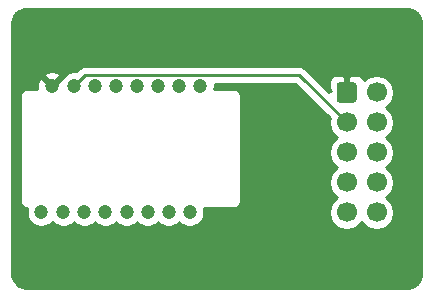
<source format=gbr>
G04 #@! TF.GenerationSoftware,KiCad,Pcbnew,(5.1.6-0-10_14)*
G04 #@! TF.CreationDate,2020-06-02T19:40:10-04:00*
G04 #@! TF.ProjectId,PMW3360_Adapter,504d5733-3336-4305-9f41-646170746572,rev?*
G04 #@! TF.SameCoordinates,Original*
G04 #@! TF.FileFunction,Copper,L2,Bot*
G04 #@! TF.FilePolarity,Positive*
%FSLAX46Y46*%
G04 Gerber Fmt 4.6, Leading zero omitted, Abs format (unit mm)*
G04 Created by KiCad (PCBNEW (5.1.6-0-10_14)) date 2020-06-02 19:40:10*
%MOMM*%
%LPD*%
G01*
G04 APERTURE LIST*
G04 #@! TA.AperFunction,ComponentPad*
%ADD10C,1.700000*%
G04 #@! TD*
G04 #@! TA.AperFunction,ComponentPad*
%ADD11C,1.200000*%
G04 #@! TD*
G04 #@! TA.AperFunction,ViaPad*
%ADD12C,0.800000*%
G04 #@! TD*
G04 #@! TA.AperFunction,Conductor*
%ADD13C,0.250000*%
G04 #@! TD*
G04 #@! TA.AperFunction,Conductor*
%ADD14C,0.254000*%
G04 #@! TD*
G04 APERTURE END LIST*
D10*
X111040000Y-50910000D03*
X111040000Y-48370000D03*
X111040000Y-45830000D03*
X111040000Y-43290000D03*
X111040000Y-40750000D03*
X108500000Y-50910000D03*
X108500000Y-48370000D03*
X108500000Y-45830000D03*
X108500000Y-43290000D03*
G04 #@! TA.AperFunction,ComponentPad*
G36*
G01*
X107650000Y-41350000D02*
X107650000Y-40150000D01*
G75*
G02*
X107900000Y-39900000I250000J0D01*
G01*
X109100000Y-39900000D01*
G75*
G02*
X109350000Y-40150000I0J-250000D01*
G01*
X109350000Y-41350000D01*
G75*
G02*
X109100000Y-41600000I-250000J0D01*
G01*
X107900000Y-41600000D01*
G75*
G02*
X107650000Y-41350000I0J250000D01*
G01*
G37*
G04 #@! TD.AperFunction*
D11*
X93430000Y-50900000D03*
X89870000Y-50900000D03*
X88090000Y-50900000D03*
X84530000Y-50900000D03*
X86310000Y-50900000D03*
X82650000Y-50900000D03*
X95210000Y-50900000D03*
X91650000Y-50900000D03*
X96100000Y-40200000D03*
X94320000Y-40200000D03*
X92540000Y-40200000D03*
X90760000Y-40200000D03*
X88980000Y-40200000D03*
X87200000Y-40200000D03*
X85420000Y-40200000D03*
X83540000Y-40200000D03*
D12*
X98500000Y-36000000D03*
X105000000Y-37500000D03*
D13*
X86345001Y-39274999D02*
X104484999Y-39274999D01*
X104484999Y-39274999D02*
X108500000Y-43290000D01*
X85420000Y-40200000D02*
X86345001Y-39274999D01*
D14*
G36*
X113759659Y-33688625D02*
G01*
X114009429Y-33764035D01*
X114239792Y-33886522D01*
X114441980Y-34051422D01*
X114608286Y-34252450D01*
X114732378Y-34481954D01*
X114809531Y-34731195D01*
X114840000Y-35021089D01*
X114840001Y-55967711D01*
X114811375Y-56259660D01*
X114735965Y-56509429D01*
X114613477Y-56739794D01*
X114448579Y-56941979D01*
X114247546Y-57108288D01*
X114018046Y-57232378D01*
X113768805Y-57309531D01*
X113478911Y-57340000D01*
X81532279Y-57340000D01*
X81240340Y-57311375D01*
X80990571Y-57235965D01*
X80760206Y-57113477D01*
X80558021Y-56948579D01*
X80391712Y-56747546D01*
X80267622Y-56518046D01*
X80190469Y-56268805D01*
X80160000Y-55978911D01*
X80160000Y-41100000D01*
X80836807Y-41100000D01*
X80840001Y-41132429D01*
X80840000Y-49867581D01*
X80836807Y-49900000D01*
X80849550Y-50029383D01*
X80887290Y-50153793D01*
X80948575Y-50268450D01*
X81031052Y-50368948D01*
X81131550Y-50451425D01*
X81246207Y-50512710D01*
X81370617Y-50550450D01*
X81458611Y-50559117D01*
X81415000Y-50778363D01*
X81415000Y-51021637D01*
X81462460Y-51260236D01*
X81555557Y-51484992D01*
X81690713Y-51687267D01*
X81862733Y-51859287D01*
X82065008Y-51994443D01*
X82289764Y-52087540D01*
X82528363Y-52135000D01*
X82771637Y-52135000D01*
X83010236Y-52087540D01*
X83234992Y-51994443D01*
X83437267Y-51859287D01*
X83590000Y-51706554D01*
X83742733Y-51859287D01*
X83945008Y-51994443D01*
X84169764Y-52087540D01*
X84408363Y-52135000D01*
X84651637Y-52135000D01*
X84890236Y-52087540D01*
X85114992Y-51994443D01*
X85317267Y-51859287D01*
X85420000Y-51756554D01*
X85522733Y-51859287D01*
X85725008Y-51994443D01*
X85949764Y-52087540D01*
X86188363Y-52135000D01*
X86431637Y-52135000D01*
X86670236Y-52087540D01*
X86894992Y-51994443D01*
X87097267Y-51859287D01*
X87200000Y-51756554D01*
X87302733Y-51859287D01*
X87505008Y-51994443D01*
X87729764Y-52087540D01*
X87968363Y-52135000D01*
X88211637Y-52135000D01*
X88450236Y-52087540D01*
X88674992Y-51994443D01*
X88877267Y-51859287D01*
X88980000Y-51756554D01*
X89082733Y-51859287D01*
X89285008Y-51994443D01*
X89509764Y-52087540D01*
X89748363Y-52135000D01*
X89991637Y-52135000D01*
X90230236Y-52087540D01*
X90454992Y-51994443D01*
X90657267Y-51859287D01*
X90760000Y-51756554D01*
X90862733Y-51859287D01*
X91065008Y-51994443D01*
X91289764Y-52087540D01*
X91528363Y-52135000D01*
X91771637Y-52135000D01*
X92010236Y-52087540D01*
X92234992Y-51994443D01*
X92437267Y-51859287D01*
X92540000Y-51756554D01*
X92642733Y-51859287D01*
X92845008Y-51994443D01*
X93069764Y-52087540D01*
X93308363Y-52135000D01*
X93551637Y-52135000D01*
X93790236Y-52087540D01*
X94014992Y-51994443D01*
X94217267Y-51859287D01*
X94320000Y-51756554D01*
X94422733Y-51859287D01*
X94625008Y-51994443D01*
X94849764Y-52087540D01*
X95088363Y-52135000D01*
X95331637Y-52135000D01*
X95570236Y-52087540D01*
X95794992Y-51994443D01*
X95997267Y-51859287D01*
X96169287Y-51687267D01*
X96304443Y-51484992D01*
X96397540Y-51260236D01*
X96445000Y-51021637D01*
X96445000Y-50778363D01*
X96401565Y-50560000D01*
X98867581Y-50560000D01*
X98900000Y-50563193D01*
X98932419Y-50560000D01*
X99029383Y-50550450D01*
X99153793Y-50512710D01*
X99268450Y-50451425D01*
X99368948Y-50368948D01*
X99451425Y-50268450D01*
X99512710Y-50153793D01*
X99550450Y-50029383D01*
X99563193Y-49900000D01*
X99560000Y-49867581D01*
X99560000Y-41132419D01*
X99563193Y-41100000D01*
X99550450Y-40970617D01*
X99512710Y-40846207D01*
X99451425Y-40731550D01*
X99368948Y-40631052D01*
X99268450Y-40548575D01*
X99153793Y-40487290D01*
X99029383Y-40449550D01*
X98932419Y-40440000D01*
X98900000Y-40436807D01*
X98867581Y-40440000D01*
X97311456Y-40440000D01*
X97335000Y-40321637D01*
X97335000Y-40078363D01*
X97326374Y-40034999D01*
X104170198Y-40034999D01*
X107058790Y-42923592D01*
X107015000Y-43143740D01*
X107015000Y-43436260D01*
X107072068Y-43723158D01*
X107184010Y-43993411D01*
X107346525Y-44236632D01*
X107553368Y-44443475D01*
X107727760Y-44560000D01*
X107553368Y-44676525D01*
X107346525Y-44883368D01*
X107184010Y-45126589D01*
X107072068Y-45396842D01*
X107015000Y-45683740D01*
X107015000Y-45976260D01*
X107072068Y-46263158D01*
X107184010Y-46533411D01*
X107346525Y-46776632D01*
X107553368Y-46983475D01*
X107727760Y-47100000D01*
X107553368Y-47216525D01*
X107346525Y-47423368D01*
X107184010Y-47666589D01*
X107072068Y-47936842D01*
X107015000Y-48223740D01*
X107015000Y-48516260D01*
X107072068Y-48803158D01*
X107184010Y-49073411D01*
X107346525Y-49316632D01*
X107553368Y-49523475D01*
X107727760Y-49640000D01*
X107553368Y-49756525D01*
X107346525Y-49963368D01*
X107184010Y-50206589D01*
X107072068Y-50476842D01*
X107015000Y-50763740D01*
X107015000Y-51056260D01*
X107072068Y-51343158D01*
X107184010Y-51613411D01*
X107346525Y-51856632D01*
X107553368Y-52063475D01*
X107796589Y-52225990D01*
X108066842Y-52337932D01*
X108353740Y-52395000D01*
X108646260Y-52395000D01*
X108933158Y-52337932D01*
X109203411Y-52225990D01*
X109446632Y-52063475D01*
X109653475Y-51856632D01*
X109770000Y-51682240D01*
X109886525Y-51856632D01*
X110093368Y-52063475D01*
X110336589Y-52225990D01*
X110606842Y-52337932D01*
X110893740Y-52395000D01*
X111186260Y-52395000D01*
X111473158Y-52337932D01*
X111743411Y-52225990D01*
X111986632Y-52063475D01*
X112193475Y-51856632D01*
X112355990Y-51613411D01*
X112467932Y-51343158D01*
X112525000Y-51056260D01*
X112525000Y-50763740D01*
X112467932Y-50476842D01*
X112355990Y-50206589D01*
X112193475Y-49963368D01*
X111986632Y-49756525D01*
X111812240Y-49640000D01*
X111986632Y-49523475D01*
X112193475Y-49316632D01*
X112355990Y-49073411D01*
X112467932Y-48803158D01*
X112525000Y-48516260D01*
X112525000Y-48223740D01*
X112467932Y-47936842D01*
X112355990Y-47666589D01*
X112193475Y-47423368D01*
X111986632Y-47216525D01*
X111812240Y-47100000D01*
X111986632Y-46983475D01*
X112193475Y-46776632D01*
X112355990Y-46533411D01*
X112467932Y-46263158D01*
X112525000Y-45976260D01*
X112525000Y-45683740D01*
X112467932Y-45396842D01*
X112355990Y-45126589D01*
X112193475Y-44883368D01*
X111986632Y-44676525D01*
X111812240Y-44560000D01*
X111986632Y-44443475D01*
X112193475Y-44236632D01*
X112355990Y-43993411D01*
X112467932Y-43723158D01*
X112525000Y-43436260D01*
X112525000Y-43143740D01*
X112467932Y-42856842D01*
X112355990Y-42586589D01*
X112193475Y-42343368D01*
X111986632Y-42136525D01*
X111812240Y-42020000D01*
X111986632Y-41903475D01*
X112193475Y-41696632D01*
X112355990Y-41453411D01*
X112467932Y-41183158D01*
X112525000Y-40896260D01*
X112525000Y-40603740D01*
X112467932Y-40316842D01*
X112355990Y-40046589D01*
X112193475Y-39803368D01*
X111986632Y-39596525D01*
X111743411Y-39434010D01*
X111473158Y-39322068D01*
X111186260Y-39265000D01*
X110893740Y-39265000D01*
X110606842Y-39322068D01*
X110336589Y-39434010D01*
X110093368Y-39596525D01*
X109961513Y-39728380D01*
X109939502Y-39655820D01*
X109880537Y-39545506D01*
X109801185Y-39448815D01*
X109704494Y-39369463D01*
X109594180Y-39310498D01*
X109474482Y-39274188D01*
X109350000Y-39261928D01*
X108785750Y-39265000D01*
X108627000Y-39423750D01*
X108627000Y-40623000D01*
X108647000Y-40623000D01*
X108647000Y-40877000D01*
X108627000Y-40877000D01*
X108627000Y-40897000D01*
X108373000Y-40897000D01*
X108373000Y-40877000D01*
X108353000Y-40877000D01*
X108353000Y-40623000D01*
X108373000Y-40623000D01*
X108373000Y-39423750D01*
X108214250Y-39265000D01*
X107650000Y-39261928D01*
X107525518Y-39274188D01*
X107405820Y-39310498D01*
X107295506Y-39369463D01*
X107198815Y-39448815D01*
X107119463Y-39545506D01*
X107060498Y-39655820D01*
X107024188Y-39775518D01*
X107011928Y-39900000D01*
X107015000Y-40464250D01*
X107173748Y-40622998D01*
X107015000Y-40622998D01*
X107015000Y-40730198D01*
X105048803Y-38764002D01*
X105025000Y-38734998D01*
X104909275Y-38640025D01*
X104777246Y-38569453D01*
X104633985Y-38525996D01*
X104522332Y-38514999D01*
X104522321Y-38514999D01*
X104484999Y-38511323D01*
X104447677Y-38514999D01*
X86382324Y-38514999D01*
X86345001Y-38511323D01*
X86307678Y-38514999D01*
X86307668Y-38514999D01*
X86196015Y-38525996D01*
X86052754Y-38569453D01*
X85920724Y-38640025D01*
X85837084Y-38708667D01*
X85805000Y-38734998D01*
X85781202Y-38763996D01*
X85573801Y-38971398D01*
X85541637Y-38965000D01*
X85298363Y-38965000D01*
X85059764Y-39012460D01*
X84835008Y-39105557D01*
X84632733Y-39240713D01*
X84460713Y-39412733D01*
X84367764Y-39551841D01*
X83719605Y-40200000D01*
X83733748Y-40214143D01*
X83554143Y-40393748D01*
X83540000Y-40379605D01*
X83525858Y-40393748D01*
X83346253Y-40214143D01*
X83360395Y-40200000D01*
X82690236Y-39529841D01*
X82466652Y-39577148D01*
X82365763Y-39798516D01*
X82310000Y-40035313D01*
X82301505Y-40278438D01*
X82327814Y-40440000D01*
X81532419Y-40440000D01*
X81500000Y-40436807D01*
X81467581Y-40440000D01*
X81370617Y-40449550D01*
X81246207Y-40487290D01*
X81131550Y-40548575D01*
X81031052Y-40631052D01*
X80948575Y-40731550D01*
X80887290Y-40846207D01*
X80849550Y-40970617D01*
X80836807Y-41100000D01*
X80160000Y-41100000D01*
X80160000Y-39350236D01*
X82869841Y-39350236D01*
X83540000Y-40020395D01*
X84210159Y-39350236D01*
X84162852Y-39126652D01*
X83941484Y-39025763D01*
X83704687Y-38970000D01*
X83461562Y-38961505D01*
X83221451Y-39000605D01*
X82993582Y-39085798D01*
X82917148Y-39126652D01*
X82869841Y-39350236D01*
X80160000Y-39350236D01*
X80160000Y-35032279D01*
X80188625Y-34740341D01*
X80264035Y-34490571D01*
X80386522Y-34260208D01*
X80551422Y-34058020D01*
X80752450Y-33891714D01*
X80981954Y-33767622D01*
X81231195Y-33690469D01*
X81521088Y-33660000D01*
X113467721Y-33660000D01*
X113759659Y-33688625D01*
G37*
X113759659Y-33688625D02*
X114009429Y-33764035D01*
X114239792Y-33886522D01*
X114441980Y-34051422D01*
X114608286Y-34252450D01*
X114732378Y-34481954D01*
X114809531Y-34731195D01*
X114840000Y-35021089D01*
X114840001Y-55967711D01*
X114811375Y-56259660D01*
X114735965Y-56509429D01*
X114613477Y-56739794D01*
X114448579Y-56941979D01*
X114247546Y-57108288D01*
X114018046Y-57232378D01*
X113768805Y-57309531D01*
X113478911Y-57340000D01*
X81532279Y-57340000D01*
X81240340Y-57311375D01*
X80990571Y-57235965D01*
X80760206Y-57113477D01*
X80558021Y-56948579D01*
X80391712Y-56747546D01*
X80267622Y-56518046D01*
X80190469Y-56268805D01*
X80160000Y-55978911D01*
X80160000Y-41100000D01*
X80836807Y-41100000D01*
X80840001Y-41132429D01*
X80840000Y-49867581D01*
X80836807Y-49900000D01*
X80849550Y-50029383D01*
X80887290Y-50153793D01*
X80948575Y-50268450D01*
X81031052Y-50368948D01*
X81131550Y-50451425D01*
X81246207Y-50512710D01*
X81370617Y-50550450D01*
X81458611Y-50559117D01*
X81415000Y-50778363D01*
X81415000Y-51021637D01*
X81462460Y-51260236D01*
X81555557Y-51484992D01*
X81690713Y-51687267D01*
X81862733Y-51859287D01*
X82065008Y-51994443D01*
X82289764Y-52087540D01*
X82528363Y-52135000D01*
X82771637Y-52135000D01*
X83010236Y-52087540D01*
X83234992Y-51994443D01*
X83437267Y-51859287D01*
X83590000Y-51706554D01*
X83742733Y-51859287D01*
X83945008Y-51994443D01*
X84169764Y-52087540D01*
X84408363Y-52135000D01*
X84651637Y-52135000D01*
X84890236Y-52087540D01*
X85114992Y-51994443D01*
X85317267Y-51859287D01*
X85420000Y-51756554D01*
X85522733Y-51859287D01*
X85725008Y-51994443D01*
X85949764Y-52087540D01*
X86188363Y-52135000D01*
X86431637Y-52135000D01*
X86670236Y-52087540D01*
X86894992Y-51994443D01*
X87097267Y-51859287D01*
X87200000Y-51756554D01*
X87302733Y-51859287D01*
X87505008Y-51994443D01*
X87729764Y-52087540D01*
X87968363Y-52135000D01*
X88211637Y-52135000D01*
X88450236Y-52087540D01*
X88674992Y-51994443D01*
X88877267Y-51859287D01*
X88980000Y-51756554D01*
X89082733Y-51859287D01*
X89285008Y-51994443D01*
X89509764Y-52087540D01*
X89748363Y-52135000D01*
X89991637Y-52135000D01*
X90230236Y-52087540D01*
X90454992Y-51994443D01*
X90657267Y-51859287D01*
X90760000Y-51756554D01*
X90862733Y-51859287D01*
X91065008Y-51994443D01*
X91289764Y-52087540D01*
X91528363Y-52135000D01*
X91771637Y-52135000D01*
X92010236Y-52087540D01*
X92234992Y-51994443D01*
X92437267Y-51859287D01*
X92540000Y-51756554D01*
X92642733Y-51859287D01*
X92845008Y-51994443D01*
X93069764Y-52087540D01*
X93308363Y-52135000D01*
X93551637Y-52135000D01*
X93790236Y-52087540D01*
X94014992Y-51994443D01*
X94217267Y-51859287D01*
X94320000Y-51756554D01*
X94422733Y-51859287D01*
X94625008Y-51994443D01*
X94849764Y-52087540D01*
X95088363Y-52135000D01*
X95331637Y-52135000D01*
X95570236Y-52087540D01*
X95794992Y-51994443D01*
X95997267Y-51859287D01*
X96169287Y-51687267D01*
X96304443Y-51484992D01*
X96397540Y-51260236D01*
X96445000Y-51021637D01*
X96445000Y-50778363D01*
X96401565Y-50560000D01*
X98867581Y-50560000D01*
X98900000Y-50563193D01*
X98932419Y-50560000D01*
X99029383Y-50550450D01*
X99153793Y-50512710D01*
X99268450Y-50451425D01*
X99368948Y-50368948D01*
X99451425Y-50268450D01*
X99512710Y-50153793D01*
X99550450Y-50029383D01*
X99563193Y-49900000D01*
X99560000Y-49867581D01*
X99560000Y-41132419D01*
X99563193Y-41100000D01*
X99550450Y-40970617D01*
X99512710Y-40846207D01*
X99451425Y-40731550D01*
X99368948Y-40631052D01*
X99268450Y-40548575D01*
X99153793Y-40487290D01*
X99029383Y-40449550D01*
X98932419Y-40440000D01*
X98900000Y-40436807D01*
X98867581Y-40440000D01*
X97311456Y-40440000D01*
X97335000Y-40321637D01*
X97335000Y-40078363D01*
X97326374Y-40034999D01*
X104170198Y-40034999D01*
X107058790Y-42923592D01*
X107015000Y-43143740D01*
X107015000Y-43436260D01*
X107072068Y-43723158D01*
X107184010Y-43993411D01*
X107346525Y-44236632D01*
X107553368Y-44443475D01*
X107727760Y-44560000D01*
X107553368Y-44676525D01*
X107346525Y-44883368D01*
X107184010Y-45126589D01*
X107072068Y-45396842D01*
X107015000Y-45683740D01*
X107015000Y-45976260D01*
X107072068Y-46263158D01*
X107184010Y-46533411D01*
X107346525Y-46776632D01*
X107553368Y-46983475D01*
X107727760Y-47100000D01*
X107553368Y-47216525D01*
X107346525Y-47423368D01*
X107184010Y-47666589D01*
X107072068Y-47936842D01*
X107015000Y-48223740D01*
X107015000Y-48516260D01*
X107072068Y-48803158D01*
X107184010Y-49073411D01*
X107346525Y-49316632D01*
X107553368Y-49523475D01*
X107727760Y-49640000D01*
X107553368Y-49756525D01*
X107346525Y-49963368D01*
X107184010Y-50206589D01*
X107072068Y-50476842D01*
X107015000Y-50763740D01*
X107015000Y-51056260D01*
X107072068Y-51343158D01*
X107184010Y-51613411D01*
X107346525Y-51856632D01*
X107553368Y-52063475D01*
X107796589Y-52225990D01*
X108066842Y-52337932D01*
X108353740Y-52395000D01*
X108646260Y-52395000D01*
X108933158Y-52337932D01*
X109203411Y-52225990D01*
X109446632Y-52063475D01*
X109653475Y-51856632D01*
X109770000Y-51682240D01*
X109886525Y-51856632D01*
X110093368Y-52063475D01*
X110336589Y-52225990D01*
X110606842Y-52337932D01*
X110893740Y-52395000D01*
X111186260Y-52395000D01*
X111473158Y-52337932D01*
X111743411Y-52225990D01*
X111986632Y-52063475D01*
X112193475Y-51856632D01*
X112355990Y-51613411D01*
X112467932Y-51343158D01*
X112525000Y-51056260D01*
X112525000Y-50763740D01*
X112467932Y-50476842D01*
X112355990Y-50206589D01*
X112193475Y-49963368D01*
X111986632Y-49756525D01*
X111812240Y-49640000D01*
X111986632Y-49523475D01*
X112193475Y-49316632D01*
X112355990Y-49073411D01*
X112467932Y-48803158D01*
X112525000Y-48516260D01*
X112525000Y-48223740D01*
X112467932Y-47936842D01*
X112355990Y-47666589D01*
X112193475Y-47423368D01*
X111986632Y-47216525D01*
X111812240Y-47100000D01*
X111986632Y-46983475D01*
X112193475Y-46776632D01*
X112355990Y-46533411D01*
X112467932Y-46263158D01*
X112525000Y-45976260D01*
X112525000Y-45683740D01*
X112467932Y-45396842D01*
X112355990Y-45126589D01*
X112193475Y-44883368D01*
X111986632Y-44676525D01*
X111812240Y-44560000D01*
X111986632Y-44443475D01*
X112193475Y-44236632D01*
X112355990Y-43993411D01*
X112467932Y-43723158D01*
X112525000Y-43436260D01*
X112525000Y-43143740D01*
X112467932Y-42856842D01*
X112355990Y-42586589D01*
X112193475Y-42343368D01*
X111986632Y-42136525D01*
X111812240Y-42020000D01*
X111986632Y-41903475D01*
X112193475Y-41696632D01*
X112355990Y-41453411D01*
X112467932Y-41183158D01*
X112525000Y-40896260D01*
X112525000Y-40603740D01*
X112467932Y-40316842D01*
X112355990Y-40046589D01*
X112193475Y-39803368D01*
X111986632Y-39596525D01*
X111743411Y-39434010D01*
X111473158Y-39322068D01*
X111186260Y-39265000D01*
X110893740Y-39265000D01*
X110606842Y-39322068D01*
X110336589Y-39434010D01*
X110093368Y-39596525D01*
X109961513Y-39728380D01*
X109939502Y-39655820D01*
X109880537Y-39545506D01*
X109801185Y-39448815D01*
X109704494Y-39369463D01*
X109594180Y-39310498D01*
X109474482Y-39274188D01*
X109350000Y-39261928D01*
X108785750Y-39265000D01*
X108627000Y-39423750D01*
X108627000Y-40623000D01*
X108647000Y-40623000D01*
X108647000Y-40877000D01*
X108627000Y-40877000D01*
X108627000Y-40897000D01*
X108373000Y-40897000D01*
X108373000Y-40877000D01*
X108353000Y-40877000D01*
X108353000Y-40623000D01*
X108373000Y-40623000D01*
X108373000Y-39423750D01*
X108214250Y-39265000D01*
X107650000Y-39261928D01*
X107525518Y-39274188D01*
X107405820Y-39310498D01*
X107295506Y-39369463D01*
X107198815Y-39448815D01*
X107119463Y-39545506D01*
X107060498Y-39655820D01*
X107024188Y-39775518D01*
X107011928Y-39900000D01*
X107015000Y-40464250D01*
X107173748Y-40622998D01*
X107015000Y-40622998D01*
X107015000Y-40730198D01*
X105048803Y-38764002D01*
X105025000Y-38734998D01*
X104909275Y-38640025D01*
X104777246Y-38569453D01*
X104633985Y-38525996D01*
X104522332Y-38514999D01*
X104522321Y-38514999D01*
X104484999Y-38511323D01*
X104447677Y-38514999D01*
X86382324Y-38514999D01*
X86345001Y-38511323D01*
X86307678Y-38514999D01*
X86307668Y-38514999D01*
X86196015Y-38525996D01*
X86052754Y-38569453D01*
X85920724Y-38640025D01*
X85837084Y-38708667D01*
X85805000Y-38734998D01*
X85781202Y-38763996D01*
X85573801Y-38971398D01*
X85541637Y-38965000D01*
X85298363Y-38965000D01*
X85059764Y-39012460D01*
X84835008Y-39105557D01*
X84632733Y-39240713D01*
X84460713Y-39412733D01*
X84367764Y-39551841D01*
X83719605Y-40200000D01*
X83733748Y-40214143D01*
X83554143Y-40393748D01*
X83540000Y-40379605D01*
X83525858Y-40393748D01*
X83346253Y-40214143D01*
X83360395Y-40200000D01*
X82690236Y-39529841D01*
X82466652Y-39577148D01*
X82365763Y-39798516D01*
X82310000Y-40035313D01*
X82301505Y-40278438D01*
X82327814Y-40440000D01*
X81532419Y-40440000D01*
X81500000Y-40436807D01*
X81467581Y-40440000D01*
X81370617Y-40449550D01*
X81246207Y-40487290D01*
X81131550Y-40548575D01*
X81031052Y-40631052D01*
X80948575Y-40731550D01*
X80887290Y-40846207D01*
X80849550Y-40970617D01*
X80836807Y-41100000D01*
X80160000Y-41100000D01*
X80160000Y-39350236D01*
X82869841Y-39350236D01*
X83540000Y-40020395D01*
X84210159Y-39350236D01*
X84162852Y-39126652D01*
X83941484Y-39025763D01*
X83704687Y-38970000D01*
X83461562Y-38961505D01*
X83221451Y-39000605D01*
X82993582Y-39085798D01*
X82917148Y-39126652D01*
X82869841Y-39350236D01*
X80160000Y-39350236D01*
X80160000Y-35032279D01*
X80188625Y-34740341D01*
X80264035Y-34490571D01*
X80386522Y-34260208D01*
X80551422Y-34058020D01*
X80752450Y-33891714D01*
X80981954Y-33767622D01*
X81231195Y-33690469D01*
X81521088Y-33660000D01*
X113467721Y-33660000D01*
X113759659Y-33688625D01*
M02*

</source>
